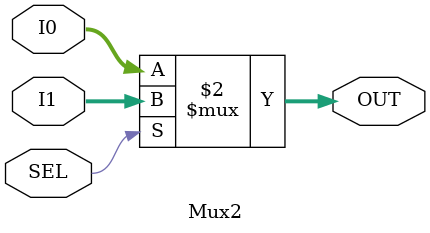
<source format=v>
module Mux2 #(parameter width=16) (
  input SEL,
  input [width-1:0] I0,
  input [width-1:0] I1,
  output [width-1:0] OUT
);

assign OUT = SEL == 0 ? I0 : I1;

endmodule
</source>
